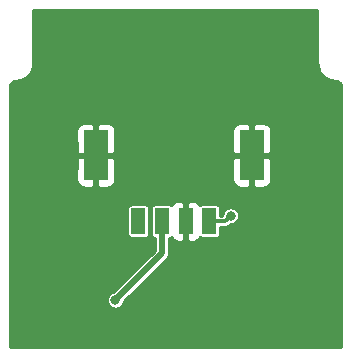
<source format=gbr>
G04 #@! TF.GenerationSoftware,KiCad,Pcbnew,5.1.12-84ad8e8a86~92~ubuntu20.04.1*
G04 #@! TF.CreationDate,2022-02-01T22:15:14-05:00*
G04 #@! TF.ProjectId,403SFM3020_sensor_module,34303353-464d-4333-9032-305f73656e73,rev?*
G04 #@! TF.SameCoordinates,Original*
G04 #@! TF.FileFunction,Copper,L1,Top*
G04 #@! TF.FilePolarity,Positive*
%FSLAX46Y46*%
G04 Gerber Fmt 4.6, Leading zero omitted, Abs format (unit mm)*
G04 Created by KiCad (PCBNEW 5.1.12-84ad8e8a86~92~ubuntu20.04.1) date 2022-02-01 22:15:14*
%MOMM*%
%LPD*%
G01*
G04 APERTURE LIST*
G04 #@! TA.AperFunction,SMDPad,CuDef*
%ADD10R,1.200000X2.200000*%
G04 #@! TD*
G04 #@! TA.AperFunction,SMDPad,CuDef*
%ADD11R,2.000000X4.200000*%
G04 #@! TD*
G04 #@! TA.AperFunction,ViaPad*
%ADD12C,0.800000*%
G04 #@! TD*
G04 #@! TA.AperFunction,Conductor*
%ADD13C,0.300000*%
G04 #@! TD*
G04 #@! TA.AperFunction,Conductor*
%ADD14C,0.500000*%
G04 #@! TD*
G04 #@! TA.AperFunction,Conductor*
%ADD15C,0.254000*%
G04 #@! TD*
G04 #@! TA.AperFunction,Conductor*
%ADD16C,0.100000*%
G04 #@! TD*
G04 APERTURE END LIST*
D10*
X109806480Y-48452460D03*
X111806480Y-48452460D03*
X113806480Y-48452460D03*
X115806480Y-48452460D03*
D11*
X119406480Y-42872460D03*
X106206480Y-42872460D03*
D12*
X102849680Y-32207200D03*
X103868220Y-32194500D03*
X104904540Y-32166560D03*
X105910380Y-32141160D03*
X102836980Y-33246060D03*
X103870760Y-33276540D03*
X104927400Y-33261300D03*
X105945940Y-33276540D03*
X102844600Y-34363660D03*
X103893620Y-34411920D03*
X104927400Y-34427160D03*
X106006900Y-34450020D03*
X120370600Y-32105600D03*
X121338340Y-32064960D03*
X122372120Y-32090360D03*
X123380500Y-32090360D03*
X120411240Y-33180020D03*
X121378980Y-33192720D03*
X122440700Y-33220660D03*
X123421140Y-33220660D03*
X120464580Y-34241740D03*
X121447560Y-34213800D03*
X122440700Y-34213800D03*
X123408440Y-34201100D03*
X123545600Y-51777900D03*
X124968000Y-51777900D03*
X123560840Y-52854860D03*
X124965460Y-52854860D03*
X123609100Y-53967380D03*
X124995940Y-53934360D03*
X123642120Y-55046880D03*
X125013720Y-55013860D03*
X102852220Y-35331400D03*
X103926640Y-35397440D03*
X104988360Y-35410140D03*
X106034840Y-35425380D03*
X120487440Y-35295840D03*
X121536460Y-35344100D03*
X122549920Y-35328860D03*
X123502420Y-35392360D03*
X117629940Y-47995840D03*
X107868720Y-55123080D03*
D13*
X117173320Y-48452460D02*
X117629940Y-47995840D01*
X115806480Y-48452460D02*
X117173320Y-48452460D01*
D14*
X111806480Y-51185320D02*
X107868720Y-55123080D01*
X111806480Y-48452460D02*
X111806480Y-51185320D01*
D15*
X124973001Y-35103423D02*
X124975030Y-35124025D01*
X124974987Y-35130214D01*
X124975637Y-35136842D01*
X124996038Y-35330939D01*
X125004734Y-35373303D01*
X125012832Y-35415755D01*
X125014756Y-35422126D01*
X125014757Y-35422132D01*
X125014759Y-35422138D01*
X125072469Y-35608568D01*
X125089220Y-35648418D01*
X125105417Y-35688508D01*
X125108542Y-35694384D01*
X125108544Y-35694389D01*
X125108547Y-35694393D01*
X125201369Y-35866065D01*
X125225564Y-35901936D01*
X125249218Y-35938084D01*
X125253420Y-35943236D01*
X125253426Y-35943244D01*
X125253433Y-35943251D01*
X125377832Y-36093623D01*
X125408498Y-36124076D01*
X125438756Y-36154975D01*
X125443882Y-36159214D01*
X125443888Y-36159220D01*
X125443895Y-36159224D01*
X125595130Y-36282569D01*
X125631133Y-36306489D01*
X125666812Y-36330920D01*
X125672666Y-36334084D01*
X125672670Y-36334087D01*
X125672674Y-36334089D01*
X125844993Y-36425712D01*
X125884972Y-36442190D01*
X125924700Y-36459218D01*
X125931056Y-36461185D01*
X125931063Y-36461188D01*
X125931070Y-36461189D01*
X126117898Y-36517597D01*
X126160337Y-36526000D01*
X126202595Y-36534983D01*
X126209212Y-36535677D01*
X126209220Y-36535679D01*
X126209228Y-36535679D01*
X126403452Y-36554723D01*
X126551139Y-36569204D01*
X126648432Y-36598579D01*
X126738159Y-36646287D01*
X126816911Y-36710517D01*
X126881690Y-36788820D01*
X126930026Y-36878216D01*
X126960077Y-36975296D01*
X126973000Y-37098248D01*
X126973001Y-59103000D01*
X98927000Y-59103000D01*
X98927000Y-55051477D01*
X107141720Y-55051477D01*
X107141720Y-55194683D01*
X107169658Y-55335138D01*
X107224461Y-55467444D01*
X107304022Y-55586516D01*
X107405284Y-55687778D01*
X107524356Y-55767339D01*
X107656662Y-55822142D01*
X107797117Y-55850080D01*
X107940323Y-55850080D01*
X108080778Y-55822142D01*
X108213084Y-55767339D01*
X108332156Y-55687778D01*
X108433418Y-55586516D01*
X108512979Y-55467444D01*
X108567782Y-55335138D01*
X108591400Y-55216401D01*
X112194442Y-51613359D01*
X112216454Y-51595294D01*
X112288559Y-51507435D01*
X112328296Y-51433092D01*
X112342137Y-51407197D01*
X112375131Y-51298432D01*
X112386271Y-51185320D01*
X112383480Y-51156981D01*
X112383480Y-49881042D01*
X112406480Y-49881042D01*
X112470583Y-49874728D01*
X112532223Y-49856030D01*
X112589030Y-49825666D01*
X112619241Y-49800873D01*
X112675943Y-49906954D01*
X112755295Y-50003645D01*
X112851986Y-50082997D01*
X112962300Y-50141962D01*
X113081998Y-50178272D01*
X113206480Y-50190532D01*
X113520730Y-50187460D01*
X113679480Y-50028710D01*
X113679480Y-48579460D01*
X113659480Y-48579460D01*
X113659480Y-48325460D01*
X113679480Y-48325460D01*
X113679480Y-46876210D01*
X113933480Y-46876210D01*
X113933480Y-48325460D01*
X113953480Y-48325460D01*
X113953480Y-48579460D01*
X113933480Y-48579460D01*
X113933480Y-50028710D01*
X114092230Y-50187460D01*
X114406480Y-50190532D01*
X114530962Y-50178272D01*
X114650660Y-50141962D01*
X114760974Y-50082997D01*
X114857665Y-50003645D01*
X114937017Y-49906954D01*
X114993719Y-49800873D01*
X115023930Y-49825666D01*
X115080737Y-49856030D01*
X115142377Y-49874728D01*
X115206480Y-49881042D01*
X116406480Y-49881042D01*
X116470583Y-49874728D01*
X116532223Y-49856030D01*
X116589030Y-49825666D01*
X116638823Y-49784803D01*
X116679686Y-49735010D01*
X116710050Y-49678203D01*
X116728748Y-49616563D01*
X116735062Y-49552460D01*
X116735062Y-48929460D01*
X117149905Y-48929460D01*
X117173320Y-48931766D01*
X117196735Y-48929460D01*
X117196743Y-48929460D01*
X117266828Y-48922557D01*
X117356743Y-48895282D01*
X117439609Y-48850989D01*
X117512241Y-48791381D01*
X117527175Y-48773184D01*
X117577519Y-48722840D01*
X117701543Y-48722840D01*
X117841998Y-48694902D01*
X117974304Y-48640099D01*
X118093376Y-48560538D01*
X118194638Y-48459276D01*
X118274199Y-48340204D01*
X118329002Y-48207898D01*
X118356940Y-48067443D01*
X118356940Y-47924237D01*
X118329002Y-47783782D01*
X118274199Y-47651476D01*
X118194638Y-47532404D01*
X118093376Y-47431142D01*
X117974304Y-47351581D01*
X117841998Y-47296778D01*
X117701543Y-47268840D01*
X117558337Y-47268840D01*
X117417882Y-47296778D01*
X117285576Y-47351581D01*
X117166504Y-47431142D01*
X117065242Y-47532404D01*
X116985681Y-47651476D01*
X116930878Y-47783782D01*
X116902940Y-47924237D01*
X116902940Y-47975460D01*
X116735062Y-47975460D01*
X116735062Y-47352460D01*
X116728748Y-47288357D01*
X116710050Y-47226717D01*
X116679686Y-47169910D01*
X116638823Y-47120117D01*
X116589030Y-47079254D01*
X116532223Y-47048890D01*
X116470583Y-47030192D01*
X116406480Y-47023878D01*
X115206480Y-47023878D01*
X115142377Y-47030192D01*
X115080737Y-47048890D01*
X115023930Y-47079254D01*
X114993719Y-47104047D01*
X114937017Y-46997966D01*
X114857665Y-46901275D01*
X114760974Y-46821923D01*
X114650660Y-46762958D01*
X114530962Y-46726648D01*
X114406480Y-46714388D01*
X114092230Y-46717460D01*
X113933480Y-46876210D01*
X113679480Y-46876210D01*
X113520730Y-46717460D01*
X113206480Y-46714388D01*
X113081998Y-46726648D01*
X112962300Y-46762958D01*
X112851986Y-46821923D01*
X112755295Y-46901275D01*
X112675943Y-46997966D01*
X112619241Y-47104047D01*
X112589030Y-47079254D01*
X112532223Y-47048890D01*
X112470583Y-47030192D01*
X112406480Y-47023878D01*
X111206480Y-47023878D01*
X111142377Y-47030192D01*
X111080737Y-47048890D01*
X111023930Y-47079254D01*
X110974137Y-47120117D01*
X110933274Y-47169910D01*
X110902910Y-47226717D01*
X110884212Y-47288357D01*
X110877898Y-47352460D01*
X110877898Y-49552460D01*
X110884212Y-49616563D01*
X110902910Y-49678203D01*
X110933274Y-49735010D01*
X110974137Y-49784803D01*
X111023930Y-49825666D01*
X111080737Y-49856030D01*
X111142377Y-49874728D01*
X111206480Y-49881042D01*
X111229481Y-49881042D01*
X111229481Y-50946318D01*
X107775399Y-54400400D01*
X107656662Y-54424018D01*
X107524356Y-54478821D01*
X107405284Y-54558382D01*
X107304022Y-54659644D01*
X107224461Y-54778716D01*
X107169658Y-54911022D01*
X107141720Y-55051477D01*
X98927000Y-55051477D01*
X98927000Y-47352460D01*
X108877898Y-47352460D01*
X108877898Y-49552460D01*
X108884212Y-49616563D01*
X108902910Y-49678203D01*
X108933274Y-49735010D01*
X108974137Y-49784803D01*
X109023930Y-49825666D01*
X109080737Y-49856030D01*
X109142377Y-49874728D01*
X109206480Y-49881042D01*
X110406480Y-49881042D01*
X110470583Y-49874728D01*
X110532223Y-49856030D01*
X110589030Y-49825666D01*
X110638823Y-49784803D01*
X110679686Y-49735010D01*
X110710050Y-49678203D01*
X110728748Y-49616563D01*
X110735062Y-49552460D01*
X110735062Y-47352460D01*
X110728748Y-47288357D01*
X110710050Y-47226717D01*
X110679686Y-47169910D01*
X110638823Y-47120117D01*
X110589030Y-47079254D01*
X110532223Y-47048890D01*
X110470583Y-47030192D01*
X110406480Y-47023878D01*
X109206480Y-47023878D01*
X109142377Y-47030192D01*
X109080737Y-47048890D01*
X109023930Y-47079254D01*
X108974137Y-47120117D01*
X108933274Y-47169910D01*
X108902910Y-47226717D01*
X108884212Y-47288357D01*
X108877898Y-47352460D01*
X98927000Y-47352460D01*
X98927000Y-44972460D01*
X104568408Y-44972460D01*
X104580668Y-45096942D01*
X104616978Y-45216640D01*
X104675943Y-45326954D01*
X104755295Y-45423645D01*
X104851986Y-45502997D01*
X104962300Y-45561962D01*
X105081998Y-45598272D01*
X105206480Y-45610532D01*
X105920730Y-45607460D01*
X106079480Y-45448710D01*
X106079480Y-42999460D01*
X106333480Y-42999460D01*
X106333480Y-45448710D01*
X106492230Y-45607460D01*
X107206480Y-45610532D01*
X107330962Y-45598272D01*
X107450660Y-45561962D01*
X107560974Y-45502997D01*
X107657665Y-45423645D01*
X107737017Y-45326954D01*
X107795982Y-45216640D01*
X107832292Y-45096942D01*
X107844552Y-44972460D01*
X117768408Y-44972460D01*
X117780668Y-45096942D01*
X117816978Y-45216640D01*
X117875943Y-45326954D01*
X117955295Y-45423645D01*
X118051986Y-45502997D01*
X118162300Y-45561962D01*
X118281998Y-45598272D01*
X118406480Y-45610532D01*
X119120730Y-45607460D01*
X119279480Y-45448710D01*
X119279480Y-42999460D01*
X119533480Y-42999460D01*
X119533480Y-45448710D01*
X119692230Y-45607460D01*
X120406480Y-45610532D01*
X120530962Y-45598272D01*
X120650660Y-45561962D01*
X120760974Y-45502997D01*
X120857665Y-45423645D01*
X120937017Y-45326954D01*
X120995982Y-45216640D01*
X121032292Y-45096942D01*
X121044552Y-44972460D01*
X121041480Y-43158210D01*
X120882730Y-42999460D01*
X119533480Y-42999460D01*
X119279480Y-42999460D01*
X117930230Y-42999460D01*
X117771480Y-43158210D01*
X117768408Y-44972460D01*
X107844552Y-44972460D01*
X107841480Y-43158210D01*
X107682730Y-42999460D01*
X106333480Y-42999460D01*
X106079480Y-42999460D01*
X104730230Y-42999460D01*
X104571480Y-43158210D01*
X104568408Y-44972460D01*
X98927000Y-44972460D01*
X98927000Y-40772460D01*
X104568408Y-40772460D01*
X104571480Y-42586710D01*
X104730230Y-42745460D01*
X106079480Y-42745460D01*
X106079480Y-40296210D01*
X106333480Y-40296210D01*
X106333480Y-42745460D01*
X107682730Y-42745460D01*
X107841480Y-42586710D01*
X107844552Y-40772460D01*
X117768408Y-40772460D01*
X117771480Y-42586710D01*
X117930230Y-42745460D01*
X119279480Y-42745460D01*
X119279480Y-40296210D01*
X119533480Y-40296210D01*
X119533480Y-42745460D01*
X120882730Y-42745460D01*
X121041480Y-42586710D01*
X121044552Y-40772460D01*
X121032292Y-40647978D01*
X120995982Y-40528280D01*
X120937017Y-40417966D01*
X120857665Y-40321275D01*
X120760974Y-40241923D01*
X120650660Y-40182958D01*
X120530962Y-40146648D01*
X120406480Y-40134388D01*
X119692230Y-40137460D01*
X119533480Y-40296210D01*
X119279480Y-40296210D01*
X119120730Y-40137460D01*
X118406480Y-40134388D01*
X118281998Y-40146648D01*
X118162300Y-40182958D01*
X118051986Y-40241923D01*
X117955295Y-40321275D01*
X117875943Y-40417966D01*
X117816978Y-40528280D01*
X117780668Y-40647978D01*
X117768408Y-40772460D01*
X107844552Y-40772460D01*
X107832292Y-40647978D01*
X107795982Y-40528280D01*
X107737017Y-40417966D01*
X107657665Y-40321275D01*
X107560974Y-40241923D01*
X107450660Y-40182958D01*
X107330962Y-40146648D01*
X107206480Y-40134388D01*
X106492230Y-40137460D01*
X106333480Y-40296210D01*
X106079480Y-40296210D01*
X105920730Y-40137460D01*
X105206480Y-40134388D01*
X105081998Y-40146648D01*
X104962300Y-40182958D01*
X104851986Y-40241923D01*
X104755295Y-40321275D01*
X104675943Y-40417966D01*
X104616978Y-40528280D01*
X104580668Y-40647978D01*
X104568408Y-40772460D01*
X98927000Y-40772460D01*
X98927000Y-37103326D01*
X98939204Y-36978861D01*
X98968579Y-36881568D01*
X99016287Y-36791841D01*
X99080517Y-36713089D01*
X99158820Y-36648310D01*
X99248216Y-36599974D01*
X99345296Y-36569923D01*
X99487966Y-36554927D01*
X99500214Y-36555013D01*
X99506842Y-36554363D01*
X99700939Y-36533962D01*
X99743303Y-36525266D01*
X99785755Y-36517168D01*
X99792126Y-36515244D01*
X99792132Y-36515243D01*
X99792138Y-36515241D01*
X99978568Y-36457531D01*
X100018418Y-36440780D01*
X100058508Y-36424583D01*
X100064384Y-36421458D01*
X100064389Y-36421456D01*
X100064393Y-36421453D01*
X100236065Y-36328631D01*
X100271936Y-36304436D01*
X100308084Y-36280782D01*
X100313236Y-36276580D01*
X100313244Y-36276574D01*
X100313251Y-36276567D01*
X100463623Y-36152168D01*
X100494076Y-36121502D01*
X100524975Y-36091244D01*
X100529214Y-36086118D01*
X100529220Y-36086112D01*
X100529224Y-36086105D01*
X100652569Y-35934870D01*
X100676489Y-35898867D01*
X100700920Y-35863188D01*
X100704084Y-35857334D01*
X100704087Y-35857330D01*
X100704089Y-35857326D01*
X100795712Y-35685007D01*
X100812190Y-35645028D01*
X100829218Y-35605300D01*
X100831187Y-35598939D01*
X100831188Y-35598937D01*
X100831189Y-35598930D01*
X100887597Y-35412102D01*
X100896000Y-35369663D01*
X100904983Y-35327405D01*
X100905677Y-35320788D01*
X100905679Y-35320780D01*
X100905679Y-35320772D01*
X100924723Y-35126548D01*
X100924723Y-35126541D01*
X100927000Y-35103423D01*
X100927000Y-30557000D01*
X124973000Y-30557000D01*
X124973001Y-35103423D01*
G04 #@! TA.AperFunction,Conductor*
D16*
G36*
X124973001Y-35103423D02*
G01*
X124975030Y-35124025D01*
X124974987Y-35130214D01*
X124975637Y-35136842D01*
X124996038Y-35330939D01*
X125004734Y-35373303D01*
X125012832Y-35415755D01*
X125014756Y-35422126D01*
X125014757Y-35422132D01*
X125014759Y-35422138D01*
X125072469Y-35608568D01*
X125089220Y-35648418D01*
X125105417Y-35688508D01*
X125108542Y-35694384D01*
X125108544Y-35694389D01*
X125108547Y-35694393D01*
X125201369Y-35866065D01*
X125225564Y-35901936D01*
X125249218Y-35938084D01*
X125253420Y-35943236D01*
X125253426Y-35943244D01*
X125253433Y-35943251D01*
X125377832Y-36093623D01*
X125408498Y-36124076D01*
X125438756Y-36154975D01*
X125443882Y-36159214D01*
X125443888Y-36159220D01*
X125443895Y-36159224D01*
X125595130Y-36282569D01*
X125631133Y-36306489D01*
X125666812Y-36330920D01*
X125672666Y-36334084D01*
X125672670Y-36334087D01*
X125672674Y-36334089D01*
X125844993Y-36425712D01*
X125884972Y-36442190D01*
X125924700Y-36459218D01*
X125931056Y-36461185D01*
X125931063Y-36461188D01*
X125931070Y-36461189D01*
X126117898Y-36517597D01*
X126160337Y-36526000D01*
X126202595Y-36534983D01*
X126209212Y-36535677D01*
X126209220Y-36535679D01*
X126209228Y-36535679D01*
X126403452Y-36554723D01*
X126551139Y-36569204D01*
X126648432Y-36598579D01*
X126738159Y-36646287D01*
X126816911Y-36710517D01*
X126881690Y-36788820D01*
X126930026Y-36878216D01*
X126960077Y-36975296D01*
X126973000Y-37098248D01*
X126973001Y-59103000D01*
X98927000Y-59103000D01*
X98927000Y-55051477D01*
X107141720Y-55051477D01*
X107141720Y-55194683D01*
X107169658Y-55335138D01*
X107224461Y-55467444D01*
X107304022Y-55586516D01*
X107405284Y-55687778D01*
X107524356Y-55767339D01*
X107656662Y-55822142D01*
X107797117Y-55850080D01*
X107940323Y-55850080D01*
X108080778Y-55822142D01*
X108213084Y-55767339D01*
X108332156Y-55687778D01*
X108433418Y-55586516D01*
X108512979Y-55467444D01*
X108567782Y-55335138D01*
X108591400Y-55216401D01*
X112194442Y-51613359D01*
X112216454Y-51595294D01*
X112288559Y-51507435D01*
X112328296Y-51433092D01*
X112342137Y-51407197D01*
X112375131Y-51298432D01*
X112386271Y-51185320D01*
X112383480Y-51156981D01*
X112383480Y-49881042D01*
X112406480Y-49881042D01*
X112470583Y-49874728D01*
X112532223Y-49856030D01*
X112589030Y-49825666D01*
X112619241Y-49800873D01*
X112675943Y-49906954D01*
X112755295Y-50003645D01*
X112851986Y-50082997D01*
X112962300Y-50141962D01*
X113081998Y-50178272D01*
X113206480Y-50190532D01*
X113520730Y-50187460D01*
X113679480Y-50028710D01*
X113679480Y-48579460D01*
X113659480Y-48579460D01*
X113659480Y-48325460D01*
X113679480Y-48325460D01*
X113679480Y-46876210D01*
X113933480Y-46876210D01*
X113933480Y-48325460D01*
X113953480Y-48325460D01*
X113953480Y-48579460D01*
X113933480Y-48579460D01*
X113933480Y-50028710D01*
X114092230Y-50187460D01*
X114406480Y-50190532D01*
X114530962Y-50178272D01*
X114650660Y-50141962D01*
X114760974Y-50082997D01*
X114857665Y-50003645D01*
X114937017Y-49906954D01*
X114993719Y-49800873D01*
X115023930Y-49825666D01*
X115080737Y-49856030D01*
X115142377Y-49874728D01*
X115206480Y-49881042D01*
X116406480Y-49881042D01*
X116470583Y-49874728D01*
X116532223Y-49856030D01*
X116589030Y-49825666D01*
X116638823Y-49784803D01*
X116679686Y-49735010D01*
X116710050Y-49678203D01*
X116728748Y-49616563D01*
X116735062Y-49552460D01*
X116735062Y-48929460D01*
X117149905Y-48929460D01*
X117173320Y-48931766D01*
X117196735Y-48929460D01*
X117196743Y-48929460D01*
X117266828Y-48922557D01*
X117356743Y-48895282D01*
X117439609Y-48850989D01*
X117512241Y-48791381D01*
X117527175Y-48773184D01*
X117577519Y-48722840D01*
X117701543Y-48722840D01*
X117841998Y-48694902D01*
X117974304Y-48640099D01*
X118093376Y-48560538D01*
X118194638Y-48459276D01*
X118274199Y-48340204D01*
X118329002Y-48207898D01*
X118356940Y-48067443D01*
X118356940Y-47924237D01*
X118329002Y-47783782D01*
X118274199Y-47651476D01*
X118194638Y-47532404D01*
X118093376Y-47431142D01*
X117974304Y-47351581D01*
X117841998Y-47296778D01*
X117701543Y-47268840D01*
X117558337Y-47268840D01*
X117417882Y-47296778D01*
X117285576Y-47351581D01*
X117166504Y-47431142D01*
X117065242Y-47532404D01*
X116985681Y-47651476D01*
X116930878Y-47783782D01*
X116902940Y-47924237D01*
X116902940Y-47975460D01*
X116735062Y-47975460D01*
X116735062Y-47352460D01*
X116728748Y-47288357D01*
X116710050Y-47226717D01*
X116679686Y-47169910D01*
X116638823Y-47120117D01*
X116589030Y-47079254D01*
X116532223Y-47048890D01*
X116470583Y-47030192D01*
X116406480Y-47023878D01*
X115206480Y-47023878D01*
X115142377Y-47030192D01*
X115080737Y-47048890D01*
X115023930Y-47079254D01*
X114993719Y-47104047D01*
X114937017Y-46997966D01*
X114857665Y-46901275D01*
X114760974Y-46821923D01*
X114650660Y-46762958D01*
X114530962Y-46726648D01*
X114406480Y-46714388D01*
X114092230Y-46717460D01*
X113933480Y-46876210D01*
X113679480Y-46876210D01*
X113520730Y-46717460D01*
X113206480Y-46714388D01*
X113081998Y-46726648D01*
X112962300Y-46762958D01*
X112851986Y-46821923D01*
X112755295Y-46901275D01*
X112675943Y-46997966D01*
X112619241Y-47104047D01*
X112589030Y-47079254D01*
X112532223Y-47048890D01*
X112470583Y-47030192D01*
X112406480Y-47023878D01*
X111206480Y-47023878D01*
X111142377Y-47030192D01*
X111080737Y-47048890D01*
X111023930Y-47079254D01*
X110974137Y-47120117D01*
X110933274Y-47169910D01*
X110902910Y-47226717D01*
X110884212Y-47288357D01*
X110877898Y-47352460D01*
X110877898Y-49552460D01*
X110884212Y-49616563D01*
X110902910Y-49678203D01*
X110933274Y-49735010D01*
X110974137Y-49784803D01*
X111023930Y-49825666D01*
X111080737Y-49856030D01*
X111142377Y-49874728D01*
X111206480Y-49881042D01*
X111229481Y-49881042D01*
X111229481Y-50946318D01*
X107775399Y-54400400D01*
X107656662Y-54424018D01*
X107524356Y-54478821D01*
X107405284Y-54558382D01*
X107304022Y-54659644D01*
X107224461Y-54778716D01*
X107169658Y-54911022D01*
X107141720Y-55051477D01*
X98927000Y-55051477D01*
X98927000Y-47352460D01*
X108877898Y-47352460D01*
X108877898Y-49552460D01*
X108884212Y-49616563D01*
X108902910Y-49678203D01*
X108933274Y-49735010D01*
X108974137Y-49784803D01*
X109023930Y-49825666D01*
X109080737Y-49856030D01*
X109142377Y-49874728D01*
X109206480Y-49881042D01*
X110406480Y-49881042D01*
X110470583Y-49874728D01*
X110532223Y-49856030D01*
X110589030Y-49825666D01*
X110638823Y-49784803D01*
X110679686Y-49735010D01*
X110710050Y-49678203D01*
X110728748Y-49616563D01*
X110735062Y-49552460D01*
X110735062Y-47352460D01*
X110728748Y-47288357D01*
X110710050Y-47226717D01*
X110679686Y-47169910D01*
X110638823Y-47120117D01*
X110589030Y-47079254D01*
X110532223Y-47048890D01*
X110470583Y-47030192D01*
X110406480Y-47023878D01*
X109206480Y-47023878D01*
X109142377Y-47030192D01*
X109080737Y-47048890D01*
X109023930Y-47079254D01*
X108974137Y-47120117D01*
X108933274Y-47169910D01*
X108902910Y-47226717D01*
X108884212Y-47288357D01*
X108877898Y-47352460D01*
X98927000Y-47352460D01*
X98927000Y-44972460D01*
X104568408Y-44972460D01*
X104580668Y-45096942D01*
X104616978Y-45216640D01*
X104675943Y-45326954D01*
X104755295Y-45423645D01*
X104851986Y-45502997D01*
X104962300Y-45561962D01*
X105081998Y-45598272D01*
X105206480Y-45610532D01*
X105920730Y-45607460D01*
X106079480Y-45448710D01*
X106079480Y-42999460D01*
X106333480Y-42999460D01*
X106333480Y-45448710D01*
X106492230Y-45607460D01*
X107206480Y-45610532D01*
X107330962Y-45598272D01*
X107450660Y-45561962D01*
X107560974Y-45502997D01*
X107657665Y-45423645D01*
X107737017Y-45326954D01*
X107795982Y-45216640D01*
X107832292Y-45096942D01*
X107844552Y-44972460D01*
X117768408Y-44972460D01*
X117780668Y-45096942D01*
X117816978Y-45216640D01*
X117875943Y-45326954D01*
X117955295Y-45423645D01*
X118051986Y-45502997D01*
X118162300Y-45561962D01*
X118281998Y-45598272D01*
X118406480Y-45610532D01*
X119120730Y-45607460D01*
X119279480Y-45448710D01*
X119279480Y-42999460D01*
X119533480Y-42999460D01*
X119533480Y-45448710D01*
X119692230Y-45607460D01*
X120406480Y-45610532D01*
X120530962Y-45598272D01*
X120650660Y-45561962D01*
X120760974Y-45502997D01*
X120857665Y-45423645D01*
X120937017Y-45326954D01*
X120995982Y-45216640D01*
X121032292Y-45096942D01*
X121044552Y-44972460D01*
X121041480Y-43158210D01*
X120882730Y-42999460D01*
X119533480Y-42999460D01*
X119279480Y-42999460D01*
X117930230Y-42999460D01*
X117771480Y-43158210D01*
X117768408Y-44972460D01*
X107844552Y-44972460D01*
X107841480Y-43158210D01*
X107682730Y-42999460D01*
X106333480Y-42999460D01*
X106079480Y-42999460D01*
X104730230Y-42999460D01*
X104571480Y-43158210D01*
X104568408Y-44972460D01*
X98927000Y-44972460D01*
X98927000Y-40772460D01*
X104568408Y-40772460D01*
X104571480Y-42586710D01*
X104730230Y-42745460D01*
X106079480Y-42745460D01*
X106079480Y-40296210D01*
X106333480Y-40296210D01*
X106333480Y-42745460D01*
X107682730Y-42745460D01*
X107841480Y-42586710D01*
X107844552Y-40772460D01*
X117768408Y-40772460D01*
X117771480Y-42586710D01*
X117930230Y-42745460D01*
X119279480Y-42745460D01*
X119279480Y-40296210D01*
X119533480Y-40296210D01*
X119533480Y-42745460D01*
X120882730Y-42745460D01*
X121041480Y-42586710D01*
X121044552Y-40772460D01*
X121032292Y-40647978D01*
X120995982Y-40528280D01*
X120937017Y-40417966D01*
X120857665Y-40321275D01*
X120760974Y-40241923D01*
X120650660Y-40182958D01*
X120530962Y-40146648D01*
X120406480Y-40134388D01*
X119692230Y-40137460D01*
X119533480Y-40296210D01*
X119279480Y-40296210D01*
X119120730Y-40137460D01*
X118406480Y-40134388D01*
X118281998Y-40146648D01*
X118162300Y-40182958D01*
X118051986Y-40241923D01*
X117955295Y-40321275D01*
X117875943Y-40417966D01*
X117816978Y-40528280D01*
X117780668Y-40647978D01*
X117768408Y-40772460D01*
X107844552Y-40772460D01*
X107832292Y-40647978D01*
X107795982Y-40528280D01*
X107737017Y-40417966D01*
X107657665Y-40321275D01*
X107560974Y-40241923D01*
X107450660Y-40182958D01*
X107330962Y-40146648D01*
X107206480Y-40134388D01*
X106492230Y-40137460D01*
X106333480Y-40296210D01*
X106079480Y-40296210D01*
X105920730Y-40137460D01*
X105206480Y-40134388D01*
X105081998Y-40146648D01*
X104962300Y-40182958D01*
X104851986Y-40241923D01*
X104755295Y-40321275D01*
X104675943Y-40417966D01*
X104616978Y-40528280D01*
X104580668Y-40647978D01*
X104568408Y-40772460D01*
X98927000Y-40772460D01*
X98927000Y-37103326D01*
X98939204Y-36978861D01*
X98968579Y-36881568D01*
X99016287Y-36791841D01*
X99080517Y-36713089D01*
X99158820Y-36648310D01*
X99248216Y-36599974D01*
X99345296Y-36569923D01*
X99487966Y-36554927D01*
X99500214Y-36555013D01*
X99506842Y-36554363D01*
X99700939Y-36533962D01*
X99743303Y-36525266D01*
X99785755Y-36517168D01*
X99792126Y-36515244D01*
X99792132Y-36515243D01*
X99792138Y-36515241D01*
X99978568Y-36457531D01*
X100018418Y-36440780D01*
X100058508Y-36424583D01*
X100064384Y-36421458D01*
X100064389Y-36421456D01*
X100064393Y-36421453D01*
X100236065Y-36328631D01*
X100271936Y-36304436D01*
X100308084Y-36280782D01*
X100313236Y-36276580D01*
X100313244Y-36276574D01*
X100313251Y-36276567D01*
X100463623Y-36152168D01*
X100494076Y-36121502D01*
X100524975Y-36091244D01*
X100529214Y-36086118D01*
X100529220Y-36086112D01*
X100529224Y-36086105D01*
X100652569Y-35934870D01*
X100676489Y-35898867D01*
X100700920Y-35863188D01*
X100704084Y-35857334D01*
X100704087Y-35857330D01*
X100704089Y-35857326D01*
X100795712Y-35685007D01*
X100812190Y-35645028D01*
X100829218Y-35605300D01*
X100831187Y-35598939D01*
X100831188Y-35598937D01*
X100831189Y-35598930D01*
X100887597Y-35412102D01*
X100896000Y-35369663D01*
X100904983Y-35327405D01*
X100905677Y-35320788D01*
X100905679Y-35320780D01*
X100905679Y-35320772D01*
X100924723Y-35126548D01*
X100924723Y-35126541D01*
X100927000Y-35103423D01*
X100927000Y-30557000D01*
X124973000Y-30557000D01*
X124973001Y-35103423D01*
G37*
G04 #@! TD.AperFunction*
M02*

</source>
